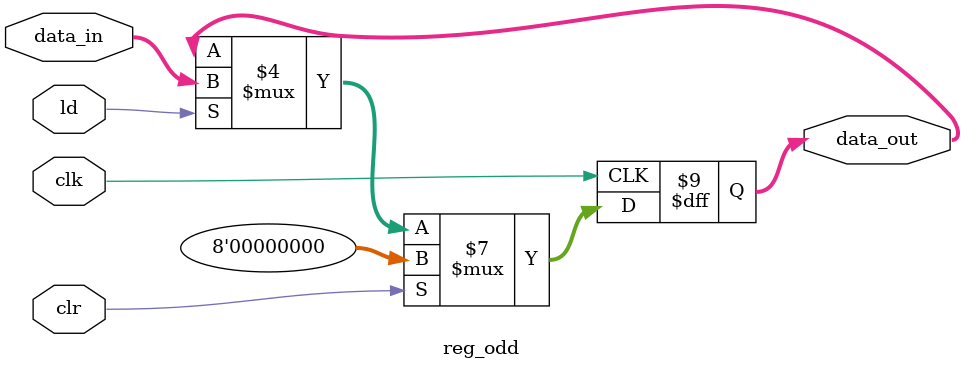
<source format=v>
`timescale 1ns / 1ps
`default_nettype none


module reg_odd #(parameter n=8) (
    input wire [n-1:0] data_in,
    input wire clk, 
	input wire clr, 
	input wire ld, 
    output reg [n-1:0] data_out  ); 


    always @(posedge clk)
    begin 
       if (clr == 1'b1)       // asynch clr
          data_out <= 0;
       else if (ld == 1'b1)   // synch load
          data_out <= data_in; 
    end
    
endmodule

`default_nettype wire


</source>
